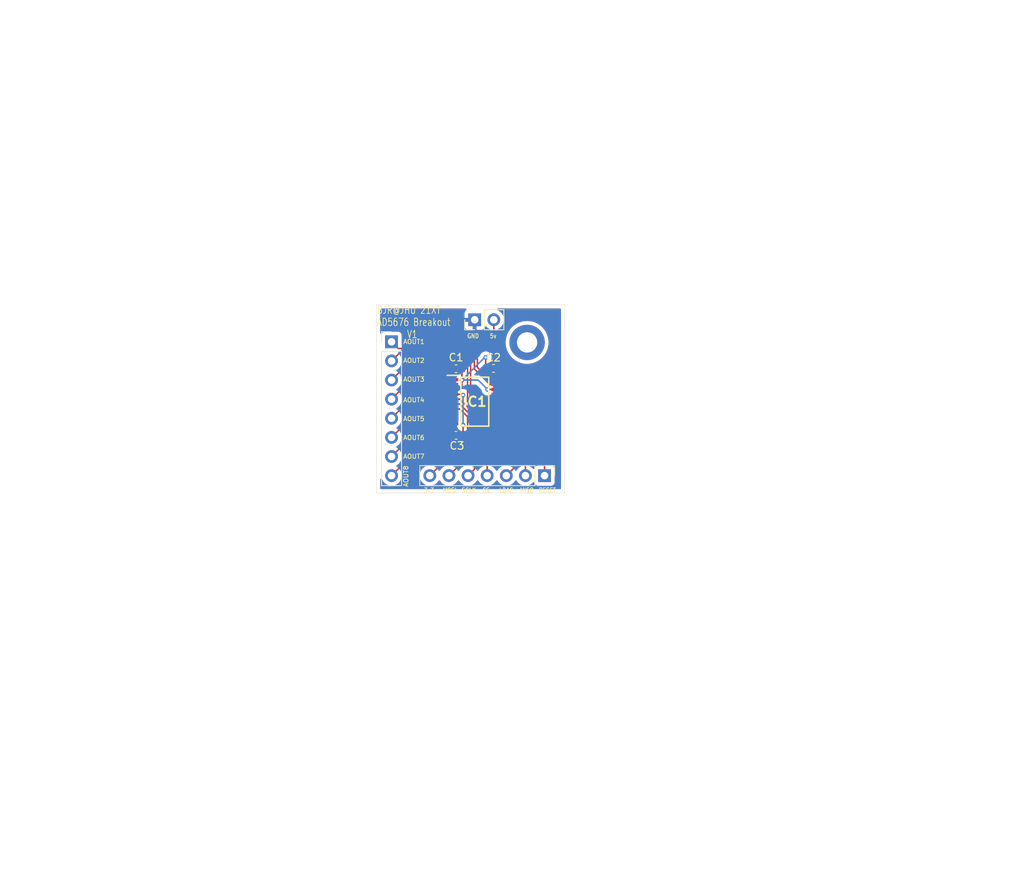
<source format=kicad_pcb>
(kicad_pcb (version 20240108) (generator "pcbnew") (generator_version "8.0")
  (layers (0 "F.Cu" signal) (31 "B.Cu" signal) (34 "B.Paste" user) (35 "F.Paste" user) (36 "B.SilkS" user "B.Silkscreen") (37 "F.SilkS" user "F.Silkscreen") (38 "B.Mask" user) (39 "F.Mask" user) (44 "Edge.Cuts" user))
  (net 0 "")
  (net 1 "GND")
  (net 2 "5v")
  (net 3 "3v3")
  (net 4 "AOUT1")
  (net 5 "AOUT7")
  (net 6 "AOUT4")
  (net 7 "MOSI")
  (net 8 "MISO")
  (net 9 "AOUT2")
  (net 10 "AOUT3")
  (net 11 "AOUT5")
  (net 12 "RESET")
  (net 13 "CS")
  (net 14 "LDAC")
  (net 15 "AOUT8")
  (net 16 "SCLK")
  (net 17 "AOUT6")
  (footprint "Connector_PinHeader_2.54mm:PinHeader_1x07_P2.54mm_Vertical" (layer "F.Cu") (at 159.82 106.2 -90)
    (property "Reference" "J2" (hide yes))
    (property "Value" "Conn_01x07")
    (fp_line (start -1.33 16.57) (end 1.33 16.57) (stroke (width 0.12)) (layer "F.SilkS"))
    (fp_line (start -1.33 1.27) (end -1.33 16.57) (stroke (width 0.12)) (layer "F.SilkS"))
    (fp_line (start -1.33 1.27) (end 1.33 1.27) (stroke (width 0.12)) (layer "F.SilkS"))
    (fp_line (start 1.33 1.27) (end 1.33 16.57) (stroke (width 0.12)) (layer "F.SilkS"))
    (fp_line (start -1.33 0) (end -1.33 -1.33) (stroke (width 0.12)) (layer "F.SilkS"))
    (fp_line (start -1.33 -1.33) (end 0 -1.33) (stroke (width 0.12)) (layer "F.SilkS"))
    (pad "1" thru_hole rect (at 0 0 270) (size 1.7 1.7) (drill 1) (layers "*.Cu" "*.Mask") (net 12 "RESET"))
    (pad "2" thru_hole oval (at 0 2.54 270) (size 1.7 1.7) (drill 1) (layers "*.Cu" "*.Mask") (net 8 "MISO"))
    (pad "3" thru_hole oval (at 0 5.08 270) (size 1.7 1.7) (drill 1) (layers "*.Cu" "*.Mask") (net 14 "LDAC"))
    (pad "4" thru_hole oval (at 0 7.62 270) (size 1.7 1.7) (drill 1) (layers "*.Cu" "*.Mask") (net 13 "CS"))
    (pad "5" thru_hole oval (at 0 10.16 270) (size 1.7 1.7) (drill 1) (layers "*.Cu" "*.Mask") (net 16 "SCLK"))
    (pad "6" thru_hole oval (at 0 12.7 270) (size 1.7 1.7) (drill 1) (layers "*.Cu" "*.Mask") (net 7 "MOSI"))
    (pad "7" thru_hole oval (at 0 15.24 270) (size 1.7 1.7) (drill 1) (layers "*.Cu" "*.Mask") (net 3 "3v3"))
  )
  (footprint "accessory_test:AD5676" (layer "F.Cu") (at 150.562 96.375)
    (property "Reference" "IC1" (at 0 0 0) (layer "F.SilkS") (effects (font (size 1.27 1.27) (thickness 0.254))))
    (property "Value" "AD5676BRUZ" (hide yes))
    (fp_line (start -3.675 -3.5) (end -2.2 -3.5) (stroke (width 0.2)) (layer "F.SilkS"))
    (fp_line (start -1.85 -3.25) (end 1.85 -3.25) (stroke (width 0.2)) (layer "F.SilkS"))
    (fp_line (start -1.85 3.25) (end -1.85 -3.25) (stroke (width 0.2)) (layer "F.SilkS"))
    (fp_line (start 1.85 -3.25) (end 1.85 3.25) (stroke (width 0.2)) (layer "F.SilkS"))
    (fp_line (start 1.85 3.25) (end -1.85 3.25) (stroke (width 0.2)) (layer "F.SilkS"))
    (pad "1" smd rect (at -2.938 -2.925 90) (size 0.45 1.475) (layers "F.Cu" "F.Paste" "F.Mask") (net 11 "AOUT5"))
    (pad "2" smd rect (at -2.938 -2.275 90) (size 0.45 1.475) (layers "F.Cu" "F.Paste" "F.Mask") (net 17 "AOUT6"))
    (pad "3" smd rect (at -2.938 -1.625 90) (size 0.45 1.475) (layers "F.Cu" "F.Paste" "F.Mask") (net 2 "5v"))
    (pad "4" smd rect (at -2.938 -0.975 90) (size 0.45 1.475) (layers "F.Cu" "F.Paste" "F.Mask") (net 3 "3v3"))
    (pad "5" smd rect (at -2.938 -0.325 90) (size 0.45 1.475) (layers "F.Cu" "F.Paste" "F.Mask") (net 13 "CS"))
    (pad "6" smd rect (at -2.938 0.325 90) (size 0.45 1.475) (layers "F.Cu" "F.Paste" "F.Mask") (net 16 "SCLK"))
    (pad "7" smd rect (at -2.938 0.975 90) (size 0.45 1.475) (layers "F.Cu" "F.Paste" "F.Mask") (net 7 "MOSI"))
    (pad "8" smd rect (at -2.938 1.625 90) (size 0.45 1.475) (layers "F.Cu" "F.Paste" "F.Mask") (net 1 "GND"))
    (pad "9" smd rect (at -2.938 2.275 90) (size 0.45 1.475) (layers "F.Cu" "F.Paste" "F.Mask") (net 5 "AOUT7"))
    (pad "10" smd rect (at -2.938 2.925 90) (size 0.45 1.475) (layers "F.Cu" "F.Paste" "F.Mask") (net 15 "AOUT8"))
    (pad "11" smd rect (at 2.938 2.925 90) (size 0.45 1.475) (layers "F.Cu" "F.Paste" "F.Mask") (net 6 "AOUT4"))
    (pad "12" smd rect (at 2.938 2.275 90) (size 0.45 1.475) (layers "F.Cu" "F.Paste" "F.Mask") (net 10 "AOUT3"))
    (pad "13" smd rect (at 2.938 1.625 90) (size 0.45 1.475) (layers "F.Cu" "F.Paste" "F.Mask") (net 1 "GND"))
    (pad "14" smd rect (at 2.938 0.975 90) (size 0.45 1.475) (layers "F.Cu" "F.Paste" "F.Mask") (net 1 "GND"))
    (pad "15" smd rect (at 2.938 0.325 90) (size 0.45 1.475) (layers "F.Cu" "F.Paste" "F.Mask") (net 14 "LDAC"))
    (pad "16" smd rect (at 2.938 -0.325 90) (size 0.45 1.475) (layers "F.Cu" "F.Paste" "F.Mask") (net 8 "MISO"))
    (pad "17" smd rect (at 2.938 -0.975 90) (size 0.45 1.475) (layers "F.Cu" "F.Paste" "F.Mask") (net 12 "RESET"))
    (pad "18" smd rect (at 2.938 -1.625 90) (size 0.45 1.475) (layers "F.Cu" "F.Paste" "F.Mask") (net 2 "5v"))
    (pad "19" smd rect (at 2.938 -2.275 90) (size 0.45 1.475) (layers "F.Cu" "F.Paste" "F.Mask") (net 9 "AOUT2"))
    (pad "20" smd rect (at 2.938 -2.925 90) (size 0.45 1.475) (layers "F.Cu" "F.Paste" "F.Mask") (net 4 "AOUT1"))
  )
  (footprint "Capacitor_SMD:C_0603_1608Metric" (layer "F.Cu") (at 148.069 100.838 180)
    (property "Reference" "C3" (at -0.114 -1.397 0) (layer "F.SilkS"))
    (property "Value" ".1uF")
    (fp_line (start -0.14058 0.51) (end 0.14058 0.51) (stroke (width 0.12)) (layer "F.SilkS"))
    (fp_line (start -0.14058 -0.51) (end 0.14058 -0.51) (stroke (width 0.12)) (layer "F.SilkS"))
    (pad "1" smd roundrect (at -0.775 0 180) (size 0.9 0.95) (layers "F.Cu" "F.Paste" "F.Mask") (net 3 "3v3"))
    (pad "2" smd roundrect (at 0.775 0 180) (size 0.9 0.95) (layers "F.Cu" "F.Paste" "F.Mask") (net 1 "GND"))
  )
  (footprint "MountingHole:MountingHole_2.7mm_M2.5_DIN965_Pad" (layer "F.Cu") (at 157.5 88.5)
    (property "Reference" "H1" (hide yes))
    (property "Value" "MountingHole" (hide yes))
    (pad "1" thru_hole circle (at 0 0) (size 4.7 4.7) (drill 2.7) (layers "*.Cu" "*.Mask"))
  )
  (footprint "Connector_PinHeader_2.54mm:PinHeader_1x08_P2.54mm_Vertical" (layer "F.Cu") (at 139.5 88.42)
    (property "Reference" "J1" (hide yes))
    (property "Value" "Conn_01x08")
    (fp_line (start -1.33 -1.33) (end 0 -1.33) (stroke (width 0.12)) (layer "F.SilkS"))
    (fp_line (start -1.33 0) (end -1.33 -1.33) (stroke (width 0.12)) (layer "F.SilkS"))
    (fp_line (start -1.33 1.27) (end -1.33 19.11) (stroke (width 0.12)) (layer "F.SilkS"))
    (fp_line (start -1.33 1.27) (end 1.33 1.27) (stroke (width 0.12)) (layer "F.SilkS"))
    (fp_line (start -1.33 19.11) (end 1.33 19.11) (stroke (width 0.12)) (layer "F.SilkS"))
    (fp_line (start 1.33 1.27) (end 1.33 19.11) (stroke (width 0.12)) (layer "F.SilkS"))
    (pad "1" thru_hole rect (at 0 0) (size 1.7 1.7) (drill 1) (layers "*.Cu" "*.Mask") (net 4 "AOUT1"))
    (pad "2" thru_hole oval (at 0 2.54) (size 1.7 1.7) (drill 1) (layers "*.Cu" "*.Mask") (net 9 "AOUT2"))
    (pad "3" thru_hole oval (at 0 5.08) (size 1.7 1.7) (drill 1) (layers "*.Cu" "*.Mask") (net 10 "AOUT3"))
    (pad "4" thru_hole oval (at 0 7.62) (size 1.7 1.7) (drill 1) (layers "*.Cu" "*.Mask") (net 6 "AOUT4"))
    (pad "5" thru_hole oval (at 0 10.16) (size 1.7 1.7) (drill 1) (layers "*.Cu" "*.Mask") (net 11 "AOUT5"))
    (pad "6" thru_hole oval (at 0 12.7) (size 1.7 1.7) (drill 1) (layers "*.Cu" "*.Mask") (net 17 "AOUT6"))
    (pad "7" thru_hole oval (at 0 15.24) (size 1.7 1.7) (drill 1) (layers "*.Cu" "*.Mask") (net 5 "AOUT7"))
    (pad "8" thru_hole oval (at 0 17.78) (size 1.7 1.7) (drill 1) (layers "*.Cu" "*.Mask") (net 15 "AOUT8"))
  )
  (footprint "Capacitor_SMD:C_0603_1608Metric" (layer "F.Cu") (at 153.035 91.948)
    (property "Reference" "C2" (at 0 -1.43 0) (layer "F.SilkS"))
    (property "Value" "10uF")
    (fp_line (start -0.14058 -0.51) (end 0.14058 -0.51) (stroke (width 0.12)) (layer "F.SilkS"))
    (fp_line (start -0.14058 0.51) (end 0.14058 0.51) (stroke (width 0.12)) (layer "F.SilkS"))
    (pad "1" smd roundrect (at -0.775 0) (size 0.9 0.95) (layers "F.Cu" "F.Paste" "F.Mask") (net 2 "5v"))
    (pad "2" smd roundrect (at 0.775 0) (size 0.9 0.95) (layers "F.Cu" "F.Paste" "F.Mask") (net 1 "GND"))
  )
  (footprint "Capacitor_SMD:C_0603_1608Metric" (layer "F.Cu") (at 148.069 92 180)
    (property "Reference" "C1" (at 0 1.5 0) (layer "F.SilkS"))
    (property "Value" ".1uF" (hide yes))
    (fp_line (start -0.14058 0.51) (end 0.14058 0.51) (stroke (width 0.12)) (layer "F.SilkS"))
    (fp_line (start -0.14058 -0.51) (end 0.14058 -0.51) (stroke (width 0.12)) (layer "F.SilkS"))
    (pad "1" smd roundrect (at -0.775 0 180) (size 0.9 0.95) (layers "F.Cu" "F.Paste" "F.Mask") (net 2 "5v"))
    (pad "2" smd roundrect (at 0.775 0 180) (size 0.9 0.95) (layers "F.Cu" "F.Paste" "F.Mask") (net 1 "GND"))
  )
  (footprint "Connector_PinHeader_2.54mm:PinHeader_1x02_P2.54mm_Vertical" (layer "F.Cu") (at 150.54 85.49 90)
    (property "Reference" "J3" (hide yes))
    (property "Value" "Conn_01x02")
    (fp_line (start -1.33 -1.33) (end 0 -1.33) (stroke (width 0.12)) (layer "F.SilkS"))
    (fp_line (start -1.33 0) (end -1.33 -1.33) (stroke (width 0.12)) (layer "F.SilkS"))
    (fp_line (start 1.33 1.27) (end 1.33 3.87) (stroke (width 0.12)) (layer "F.SilkS"))
    (fp_line (start -1.33 1.27) (end 1.33 1.27) (stroke (width 0.12)) (layer "F.SilkS"))
    (fp_line (start -1.33 1.27) (end -1.33 3.87) (stroke (width 0.12)) (layer "F.SilkS"))
    (fp_line (start -1.33 3.87) (end 1.33 3.87) (stroke (width 0.12)) (layer "F.SilkS"))
    (pad "1" thru_hole rect (at 0 0 90) (size 1.7 1.7) (drill 1) (layers "*.Cu" "*.Mask") (net 1 "GND"))
    (pad "2" thru_hole oval (at 0 2.54 90) (size 1.7 1.7) (drill 1) (layers "*.Cu" "*.Mask") (net 2 "5v"))
  )
  (gr_line (start 137.5 83.5) (end 137.5 108.5) (stroke (width 0.05)) (layer "Edge.Cuts"))
  (gr_line (start 137.5 108.5) (end 162.5 108.5) (stroke (width 0.05)) (layer "Edge.Cuts"))
  (gr_line (start 137.5 83.5) (end 162.5 83.5) (stroke (width 0.05)) (layer "Edge.Cuts"))
  (gr_line (start 162.5 108.5) (end 162.5 83.5) (stroke (width 0.05)) (layer "Edge.Cuts"))
  (gr_text "5v" (at 152.5 88 0) (layer "F.SilkS") (effects (font (size 0.6 0.5) (thickness 0.1)) (justify left bottom)))
  (gr_text "AOUT4" (at 141 96.5 0) (layer "F.SilkS") (effects (font (size 0.6 0.6) (thickness 0.1)) (justify left bottom)))
  (gr_text "MOSI" (at 146.25 108.5 0) (layer "F.SilkS") (effects (font (size 0.6 0.5) (thickness 0.1)) (justify left bottom)))
  (gr_text "MISO" (at 156.5 108.5 0) (layer "F.SilkS") (effects (font (size 0.6 0.5) (thickness 0.1)) (justify left bottom)))
  (gr_text "AOUT5" (at 141 99 0) (layer "F.SilkS") (effects (font (size 0.6 0.6) (thickness 0.1)) (justify left bottom)))
  (gr_text "AOUT2" (at 141 91.25 0) (layer "F.SilkS") (effects (font (size 0.6 0.6) (thickness 0.1)) (justify left bottom)))
  (gr_text "LDAC" (at 153.75 108.5 0) (layer "F.SilkS") (effects (font (size 0.6 0.5) (thickness 0.1)) (justify left bottom)))
  (gr_text "RESET" (at 159 108.5 0) (layer "F.SilkS") (effects (font (size 0.6 0.5) (thickness 0.1)) (justify left bottom)))
  (gr_text "AOUT7" (at 141 104 0) (layer "F.SilkS") (effects (font (size 0.6 0.6) (thickness 0.1)) (justify left bottom)))
  (gr_text "AOUT8" (at 141.75 107.75 90) (layer "F.SilkS") (effects (font (size 0.6 0.6) (thickness 0.1)) (justify left bottom)))
  (gr_text "SCLK" (at 148.75 108.5 0) (layer "F.SilkS") (effects (font (size 0.6 0.5) (thickness 0.1)) (justify left bottom)))
  (gr_text "BJR@JHU 21XT \nAD5676 Breakout\n       V1" (at 137.5 88 0) (layer "F.SilkS") (effects (font (size 1 0.75) (thickness 0.1)) (justify left bottom)))
  (gr_text "AOUT6" (at 141 101.5 0) (layer "F.SilkS") (effects (font (size 0.6 0.6) (thickness 0.1)) (justify left bottom)))
  (gr_text "GND" (at 149.5 88 0) (layer "F.SilkS") (effects (font (size 0.6 0.5) (thickness 0.1)) (justify left bottom)))
  (gr_text "AOUT3" (at 141 93.75 0) (layer "F.SilkS") (effects (font (size 0.6 0.6) (thickness 0.1)) (justify left bottom)))
  (gr_text "CS" (at 151.5 108.5 0) (layer "F.SilkS") (effects (font (size 0.6 0.5) (thickness 0.1)) (justify left bottom)))
  (gr_text "AOUT1" (at 141 88.75 0) (layer "F.SilkS") (effects (font (size 0.6 0.6) (thickness 0.1)) (justify left bottom)))
  (gr_text "3v3" (at 143.75 108.5 0) (layer "F.SilkS") (effects (font (size 0.6 0.5) (thickness 0.1)) (justify left bottom)))
  (segment (start 152 90.5) (end 152 91.688) (width 0.2) (layer "F.Cu") (net 2))
  (segment (start 152.25 94.75) (end 153.5 94.75) (width 0.2) (layer "F.Cu") (net 2))
  (segment (start 152 91.688) (end 152.26 91.948) (width 0.2) (layer "F.Cu") (net 2))
  (segment (start 153.08 89.42) (end 153.08 85.49) (width 0.2) (layer "F.Cu") (net 2))
  (segment (start 148.5615 94.75) (end 147.624 94.75) (width 0.2) (layer "F.Cu") (net 2))
  (segment (start 148.844 94.4675) (end 148.5615 94.75) (width 0.2) (layer "F.Cu") (net 2))
  (segment (start 152 90.5) (end 153.08 89.42) (width 0.2) (layer "F.Cu") (net 2))
  (segment (start 148.861502 93.5) (end 148.844 93.482498) (width 0.2) (layer "F.Cu") (net 2))
  (segment (start 148.844 93.482498) (end 148.844 92) (width 0.2) (layer "F.Cu") (net 2))
  (segment (start 148.844 92) (end 148.844 94.4675) (width 0.2) (layer "F.Cu") (net 2))
  (via (at 152 90.5) (size 0.6) (drill 0.3) (layers "F.Cu" "B.Cu") (net 2))
  (via (at 148.861502 93.5) (size 0.6) (drill 0.3) (layers "F.Cu" "B.Cu") (net 2))
  (via (at 152.25 94.75) (size 0.6) (drill 0.3) (layers "F.Cu" "B.Cu") (net 2))
  (segment (start 151 93.5) (end 148.861502 93.5) (width 0.2) (layer "B.Cu") (net 2))
  (segment (start 152 90.5) (end 151.861502 90.5) (width 0.2) (layer "B.Cu") (net 2))
  (segment (start 151.861502 90.5) (end 148.861502 93.5) (width 0.2) (layer "B.Cu") (net 2))
  (segment (start 152.25 94.75) (end 151 93.5) (width 0.2) (layer "B.Cu") (net 2))
  (segment (start 149 99.5) (end 149 100.682) (width 0.2) (layer "F.Cu") (net 3))
  (segment (start 148.894 95.4) (end 148.994 95.5) (width 0.2) (layer "F.Cu") (net 3))
  (segment (start 148.844 100.838) (end 148.844 101.936) (width 0.2) (layer "F.Cu") (net 3))
  (segment (start 148.844 101.936) (end 144.58 106.2) (width 0.2) (layer "F.Cu") (net 3))
  (segment (start 149 100.682) (end 148.844 100.838) (width 0.2) (layer "F.Cu") (net 3))
  (segment (start 147.624 95.4) (end 148.894 95.4) (width 0.2) (layer "F.Cu") (net 3))
  (via (at 149 99.5) (size 0.6) (drill 0.3) (layers "F.Cu" "B.Cu") (net 3))
  (via (at 148.994 95.5) (size 0.6) (drill 0.3) (layers "F.Cu" "B.Cu") (net 3))
  (segment (start 148.994 99.494) (end 149 99.5) (width 0.2) (layer "B.Cu") (net 3))
  (segment (start 148.994 95.5) (end 148.994 99.494) (width 0.2) (layer "B.Cu") (net 3))
  (segment (start 152.538304 93.45) (end 150.9 91.811696) (width 0.2) (layer "F.Cu") (net 4))
  (segment (start 150.9 91.811696) (end 150.9 90.702942) (width 0.2) (layer "F.Cu") (net 4))
  (segment (start 150.9 90.702942) (end 149.497058 89.3) (width 0.2) (layer "F.Cu") (net 4))
  (segment (start 140.38 89.3) (end 139.5 88.42) (width 0.2) (layer "F.Cu") (net 4))
  (segment (start 153.5 93.45) (end 152.538304 93.45) (width 0.2) (layer "F.Cu") (net 4))
  (segment (start 149.497058 89.3) (end 140.38 89.3) (width 0.2) (layer "F.Cu") (net 4))
  (segment (start 147.624 98.65) (end 144.51 98.65) (width 0.2) (layer "F.Cu") (net 5))
  (segment (start 144.51 98.65) (end 139.5 103.66) (width 0.2) (layer "F.Cu") (net 5))
  (segment (start 152.5625 99.3) (end 149.594 96.3315) (width 0.2) (layer "F.Cu") (net 6))
  (segment (start 149.594 91.094) (end 149 90.5) (width 0.2) (layer "F.Cu") (net 6))
  (segment (start 149 90.5) (end 145.04 90.5) (width 0.2) (layer "F.Cu") (net 6))
  (segment (start 149.594 96.3315) (end 149.594 91.094) (width 0.2) (layer "F.Cu") (net 6))
  (segment (start 153.5 99.3) (end 152.5625 99.3) (width 0.2) (layer "F.Cu") (net 6))
  (segment (start 145.04 90.5) (end 139.5 96.04) (width 0.2) (layer "F.Cu") (net 6))
  (segment (start 148.5615 97.35) (end 149.6 98.3885) (width 0.2) (layer "F.Cu") (net 7))
  (segment (start 147.624 97.35) (end 148.5615 97.35) (width 0.2) (layer "F.Cu") (net 7))
  (segment (start 149.6 98.3885) (end 149.6 103.72) (width 0.2) (layer "F.Cu") (net 7))
  (segment (start 149.6 103.72) (end 147.12 106.2) (width 0.2) (layer "F.Cu") (net 7))
  (segment (start 153.5 96.05) (end 154.4375 96.05) (width 0.2) (layer "F.Cu") (net 8))
  (segment (start 154.4375 96.05) (end 157.28 98.8925) (width 0.2) (layer "F.Cu") (net 8))
  (segment (start 157.28 98.8925) (end 157.28 106.2) (width 0.2) (layer "F.Cu") (net 8))
  (segment (start 150.5 90.868628) (end 149.331372 89.7) (width 0.2) (layer "F.Cu") (net 9))
  (segment (start 152.5625 94.1) (end 150.5 92.0375) (width 0.2) (layer "F.Cu") (net 9))
  (segment (start 149.331372 89.7) (end 140.76 89.7) (width 0.2) (layer "F.Cu") (net 9))
  (segment (start 153.5 94.1) (end 152.5625 94.1) (width 0.2) (layer "F.Cu") (net 9))
  (segment (start 140.76 89.7) (end 139.5 90.96) (width 0.2) (layer "F.Cu") (net 9))
  (segment (start 150.5 92.0375) (end 150.5 90.868628) (width 0.2) (layer "F.Cu") (net 9))
  (segment (start 149.994 96.0815) (end 149.994 90.928314) (width 0.2) (layer "F.Cu") (net 10))
  (segment (start 142.9 90.1) (end 139.5 93.5) (width 0.2) (layer "F.Cu") (net 10))
  (segment (start 152.5625 98.65) (end 149.994 96.0815) (width 0.2) (layer "F.Cu") (net 10))
  (segment (start 153.5 98.65) (end 153.5 98.525) (width 0.2) (layer "F.Cu") (net 10))
  (segment (start 153.5 98.65) (end 152.5625 98.65) (width 0.2) (layer "F.Cu") (net 10))
  (segment (start 149.994 90.928314) (end 149.165686 90.1) (width 0.2) (layer "F.Cu") (net 10))
  (segment (start 149.165686 90.1) (end 142.9 90.1) (width 0.2) (layer "F.Cu") (net 10))
  (segment (start 147.624 93.45) (end 144.63 93.45) (width 0.2) (layer "F.Cu") (net 11))
  (segment (start 144.63 93.45) (end 139.5 98.58) (width 0.2) (layer "F.Cu") (net 11))
  (segment (start 159.82 100.7825) (end 159.82 106.2) (width 0.2) (layer "F.Cu") (net 12))
  (segment (start 153.5 95.4) (end 154.4375 95.4) (width 0.2) (layer "F.Cu") (net 12))
  (segment (start 154.4375 95.4) (end 159.82 100.7825) (width 0.2) (layer "F.Cu") (net 12))
  (segment (start 147.624 96.05) (end 148.5615 96.05) (width 0.2) (layer "F.Cu") (net 13))
  (segment (start 148.5615 96.05) (end 152.2 99.6885) (width 0.2) (layer "F.Cu") (net 13))
  (segment (start 152.2 99.6885) (end 152.2 106.2) (width 0.2) (layer "F.Cu") (net 13))
  (segment (start 156 98.2625) (end 156 104.94) (width 0.2) (layer "F.Cu") (net 14))
  (segment (start 154.4375 96.7) (end 156 98.2625) (width 0.2) (layer "F.Cu") (net 14))
  (segment (start 153.5 96.7) (end 154.4375 96.7) (width 0.2) (layer "F.Cu") (net 14))
  (segment (start 156 104.94) (end 154.74 106.2) (width 0.2) (layer "F.Cu") (net 14))
  (segment (start 147.624 99.3) (end 146.4 99.3) (width 0.2) (layer "F.Cu") (net 15))
  (segment (start 146.4 99.3) (end 139.5 106.2) (width 0.2) (layer "F.Cu") (net 15))
  (segment (start 150.51 105.35) (end 149.66 106.2) (width 0.2) (layer "F.Cu") (net 16))
  (segment (start 148.5615 96.7) (end 150.51 98.6485) (width 0.2) (layer "F.Cu") (net 16))
  (segment (start 150.51 98.6485) (end 150.51 105.35) (width 0.2) (layer "F.Cu") (net 16))
  (segment (start 147.624 96.7) (end 148.5615 96.7) (width 0.2) (layer "F.Cu") (net 16))
  (segment (start 147.624 94.1) (end 146.52 94.1) (width 0.2) (layer "F.Cu") (net 17))
  (segment (start 146.52 94.1) (end 139.5 101.12) (width 0.2) (layer "F.Cu") (net 17))
  (zone (net 1) (net_name "GND") (layers "F&B.Cu") (connect_pads (clearance 0.5)) (min_thickness 0.25) (fill yes (thermal_gap 0.5) (thermal_bridge_width 0.5))
    (polygon (pts (xy 92.5 47.5) (xy 223.5 43) (xy 222 158.5) (xy 87.5 146.5)))
  )
)
</source>
